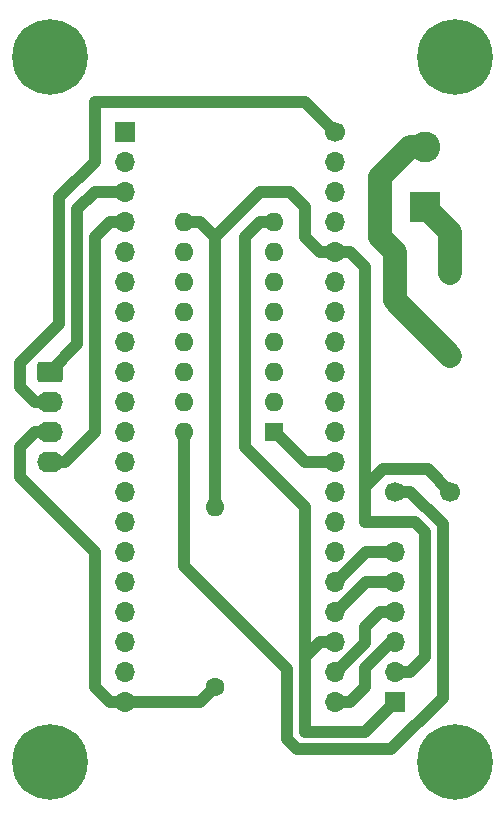
<source format=gbr>
%TF.GenerationSoftware,KiCad,Pcbnew,(6.0.10-0)*%
%TF.CreationDate,2023-01-25T15:44:30+01:00*%
%TF.ProjectId,cozy-extrude,636f7a79-2d65-4787-9472-7564652e6b69,rev?*%
%TF.SameCoordinates,Original*%
%TF.FileFunction,Copper,L2,Bot*%
%TF.FilePolarity,Positive*%
%FSLAX46Y46*%
G04 Gerber Fmt 4.6, Leading zero omitted, Abs format (unit mm)*
G04 Created by KiCad (PCBNEW (6.0.10-0)) date 2023-01-25 15:44:30*
%MOMM*%
%LPD*%
G01*
G04 APERTURE LIST*
G04 Aperture macros list*
%AMRoundRect*
0 Rectangle with rounded corners*
0 $1 Rounding radius*
0 $2 $3 $4 $5 $6 $7 $8 $9 X,Y pos of 4 corners*
0 Add a 4 corners polygon primitive as box body*
4,1,4,$2,$3,$4,$5,$6,$7,$8,$9,$2,$3,0*
0 Add four circle primitives for the rounded corners*
1,1,$1+$1,$2,$3*
1,1,$1+$1,$4,$5*
1,1,$1+$1,$6,$7*
1,1,$1+$1,$8,$9*
0 Add four rect primitives between the rounded corners*
20,1,$1+$1,$2,$3,$4,$5,0*
20,1,$1+$1,$4,$5,$6,$7,0*
20,1,$1+$1,$6,$7,$8,$9,0*
20,1,$1+$1,$8,$9,$2,$3,0*%
G04 Aperture macros list end*
%TA.AperFunction,ComponentPad*%
%ADD10C,6.400000*%
%TD*%
%TA.AperFunction,ComponentPad*%
%ADD11R,1.700000X1.700000*%
%TD*%
%TA.AperFunction,ComponentPad*%
%ADD12O,1.700000X1.700000*%
%TD*%
%TA.AperFunction,ComponentPad*%
%ADD13C,1.700000*%
%TD*%
%TA.AperFunction,ComponentPad*%
%ADD14C,1.800000*%
%TD*%
%TA.AperFunction,ComponentPad*%
%ADD15R,2.600000X2.600000*%
%TD*%
%TA.AperFunction,ComponentPad*%
%ADD16C,2.600000*%
%TD*%
%TA.AperFunction,ComponentPad*%
%ADD17RoundRect,0.250000X-0.845000X0.620000X-0.845000X-0.620000X0.845000X-0.620000X0.845000X0.620000X0*%
%TD*%
%TA.AperFunction,ComponentPad*%
%ADD18O,2.190000X1.740000*%
%TD*%
%TA.AperFunction,ComponentPad*%
%ADD19R,1.600000X1.600000*%
%TD*%
%TA.AperFunction,ComponentPad*%
%ADD20O,1.600000X1.600000*%
%TD*%
%TA.AperFunction,ComponentPad*%
%ADD21C,1.600000*%
%TD*%
%TA.AperFunction,Conductor*%
%ADD22C,2.000000*%
%TD*%
%TA.AperFunction,Conductor*%
%ADD23C,1.000000*%
%TD*%
G04 APERTURE END LIST*
D10*
%TO.P,REF\u002A\u002A,1*%
%TO.N,N/C*%
X4550000Y-64085923D03*
%TD*%
%TO.P,REF\u002A\u002A,1*%
%TO.N,N/C*%
X38840000Y-64085923D03*
%TD*%
%TO.P,REF\u002A\u002A,1*%
%TO.N,N/C*%
X4550000Y-4395923D03*
%TD*%
%TO.P,REF\u002A\u002A,1*%
%TO.N,N/C*%
X38840000Y-4395923D03*
%TD*%
D11*
%TO.P,J1,1,GP0*%
%TO.N,unconnected-(J1-Pad1)*%
X10900000Y-10745923D03*
D12*
%TO.P,J1,2,GP1*%
%TO.N,unconnected-(J1-Pad2)*%
X10900000Y-13285923D03*
%TO.P,J1,3,GND*%
%TO.N,GND*%
X10900000Y-15825923D03*
%TO.P,J1,4,GP2*%
%TO.N,/PWM*%
X10900000Y-18365923D03*
%TO.P,J1,5,GP3*%
%TO.N,unconnected-(J1-Pad5)*%
X10900000Y-20905923D03*
%TO.P,J1,6,GP4*%
%TO.N,unconnected-(J1-Pad6)*%
X10900000Y-23445923D03*
%TO.P,J1,7,GP5*%
%TO.N,unconnected-(J1-Pad7)*%
X10900000Y-25985923D03*
%TO.P,J1,8,GND*%
%TO.N,unconnected-(J1-Pad8)*%
X10900000Y-28525923D03*
%TO.P,J1,9,GP6*%
%TO.N,unconnected-(J1-Pad9)*%
X10900000Y-31065923D03*
%TO.P,J1,10,GP7*%
%TO.N,unconnected-(J1-Pad10)*%
X10900000Y-33605923D03*
%TO.P,J1,11,GP8*%
%TO.N,unconnected-(J1-Pad11)*%
X10900000Y-36145923D03*
%TO.P,J1,12,GP9*%
%TO.N,unconnected-(J1-Pad12)*%
X10900000Y-38685923D03*
%TO.P,J1,13,GND*%
%TO.N,unconnected-(J1-Pad13)*%
X10900000Y-41225923D03*
%TO.P,J1,14,GP10*%
%TO.N,unconnected-(J1-Pad14)*%
X10900000Y-43765923D03*
%TO.P,J1,15,GP11*%
%TO.N,unconnected-(J1-Pad15)*%
X10900000Y-46305923D03*
%TO.P,J1,16,GP12*%
%TO.N,unconnected-(J1-Pad16)*%
X10900000Y-48845923D03*
%TO.P,J1,17,GP13*%
%TO.N,unconnected-(J1-Pad17)*%
X10900000Y-51385923D03*
%TO.P,J1,18,GND*%
%TO.N,unconnected-(J1-Pad18)*%
X10900000Y-53925923D03*
%TO.P,J1,19,GP14*%
%TO.N,unconnected-(J1-Pad19)*%
X10900000Y-56465923D03*
%TO.P,J1,20,GP15*%
%TO.N,/TACH*%
X10900000Y-59005923D03*
%TO.P,J1,21,GP16*%
%TO.N,/SDO*%
X28680000Y-59005923D03*
%TO.P,J1,22,GP17*%
%TO.N,/CSB*%
X28680000Y-56465923D03*
%TO.P,J1,23,GND*%
%TO.N,GND*%
X28680000Y-53925923D03*
%TO.P,J1,24,GP18*%
%TO.N,/SCL*%
X28680000Y-51385923D03*
%TO.P,J1,25,GP19*%
%TO.N,/SDA*%
X28680000Y-48845923D03*
%TO.P,J1,26,GP20*%
%TO.N,unconnected-(J1-Pad26)*%
X28680000Y-46305923D03*
%TO.P,J1,27,GP21*%
%TO.N,unconnected-(J1-Pad27)*%
X28680000Y-43765923D03*
%TO.P,J1,28,GND*%
%TO.N,unconnected-(J1-Pad28)*%
X28680000Y-41225923D03*
%TO.P,J1,29,GP22*%
%TO.N,/HEATER_EN*%
X28680000Y-38685923D03*
%TO.P,J1,30,RUN*%
%TO.N,unconnected-(J1-Pad30)*%
X28680000Y-36145923D03*
%TO.P,J1,31,GP26*%
%TO.N,unconnected-(J1-Pad31)*%
X28680000Y-33605923D03*
%TO.P,J1,32,GP27*%
%TO.N,unconnected-(J1-Pad32)*%
X28680000Y-31065923D03*
%TO.P,J1,33,GND*%
%TO.N,unconnected-(J1-Pad33)*%
X28680000Y-28525923D03*
%TO.P,J1,34,GP28*%
%TO.N,unconnected-(J1-Pad34)*%
X28680000Y-25985923D03*
%TO.P,J1,35,ADC_VREF*%
%TO.N,unconnected-(J1-Pad35)*%
X28680000Y-23445923D03*
%TO.P,J1,36,3V3(OUT)*%
%TO.N,+3V3*%
X28680000Y-20905923D03*
%TO.P,J1,37,3V3_EN*%
%TO.N,unconnected-(J1-Pad37)*%
X28680000Y-18365923D03*
%TO.P,J1,38,GND*%
%TO.N,GND*%
X28680000Y-15825923D03*
%TO.P,J1,39,VSYS*%
%TO.N,unconnected-(J1-Pad39)*%
X28680000Y-13285923D03*
D13*
%TO.P,J1,40,VBUS*%
%TO.N,VBUS*%
X28680000Y-10745923D03*
%TD*%
%TO.P,K1,1*%
%TO.N,Net-(K1-Pad1)*%
X33760000Y-41225923D03*
%TO.P,K1,2*%
%TO.N,+3V3*%
X38460000Y-41225923D03*
D14*
%TO.P,K1,3*%
%TO.N,Net-(K1-Pad3)*%
X38460000Y-29725923D03*
%TO.P,K1,4*%
%TO.N,Net-(K1-Pad4)*%
X38460000Y-22725923D03*
%TD*%
D15*
%TO.P,J4,1,Pin_1*%
%TO.N,Net-(K1-Pad4)*%
X36300014Y-17096021D03*
D16*
%TO.P,J4,2,Pin_2*%
%TO.N,Net-(K1-Pad3)*%
X36300014Y-12016021D03*
%TD*%
D17*
%TO.P,J3,1,Pin_1*%
%TO.N,GND*%
X4530000Y-31065923D03*
D18*
%TO.P,J3,2,Pin_2*%
%TO.N,VBUS*%
X4530000Y-33605923D03*
%TO.P,J3,3,Pin_3*%
%TO.N,/TACH*%
X4530000Y-36145923D03*
%TO.P,J3,4,Pin_4*%
%TO.N,/PWM*%
X4530000Y-38685923D03*
%TD*%
D11*
%TO.P,J2,1,Pin_1*%
%TO.N,GND*%
X33760000Y-59005923D03*
D12*
%TO.P,J2,2,Pin_2*%
%TO.N,+3V3*%
X33760000Y-56465923D03*
%TO.P,J2,3,Pin_3*%
%TO.N,/SDO*%
X33760000Y-53925923D03*
%TO.P,J2,4,Pin_4*%
%TO.N,/CSB*%
X33760000Y-51385923D03*
%TO.P,J2,5,Pin_5*%
%TO.N,/SCL*%
X33760000Y-48845923D03*
%TO.P,J2,6,Pin_6*%
%TO.N,/SDA*%
X33760000Y-46305923D03*
%TD*%
D19*
%TO.P,U1,1,I1*%
%TO.N,/HEATER_EN*%
X23565000Y-36130923D03*
D20*
%TO.P,U1,2,I2*%
%TO.N,unconnected-(U1-Pad2)*%
X23565000Y-33590923D03*
%TO.P,U1,3,I3*%
%TO.N,unconnected-(U1-Pad3)*%
X23565000Y-31050923D03*
%TO.P,U1,4,I4*%
%TO.N,unconnected-(U1-Pad4)*%
X23565000Y-28510923D03*
%TO.P,U1,5,I5*%
%TO.N,unconnected-(U1-Pad5)*%
X23565000Y-25970923D03*
%TO.P,U1,6,I6*%
%TO.N,unconnected-(U1-Pad6)*%
X23565000Y-23430923D03*
%TO.P,U1,7,I7*%
%TO.N,unconnected-(U1-Pad7)*%
X23565000Y-20890923D03*
%TO.P,U1,8,GND*%
%TO.N,GND*%
X23565000Y-18350923D03*
%TO.P,U1,9,COM*%
%TO.N,+3V3*%
X15945000Y-18350923D03*
%TO.P,U1,10,O7*%
%TO.N,unconnected-(U1-Pad10)*%
X15945000Y-20890923D03*
%TO.P,U1,11,O6*%
%TO.N,unconnected-(U1-Pad11)*%
X15945000Y-23430923D03*
%TO.P,U1,12,O5*%
%TO.N,unconnected-(U1-Pad12)*%
X15945000Y-25970923D03*
%TO.P,U1,13,O4*%
%TO.N,unconnected-(U1-Pad13)*%
X15945000Y-28510923D03*
%TO.P,U1,14,O3*%
%TO.N,unconnected-(U1-Pad14)*%
X15945000Y-31050923D03*
%TO.P,U1,15,O2*%
%TO.N,unconnected-(U1-Pad15)*%
X15945000Y-33590923D03*
%TO.P,U1,16,O1*%
%TO.N,Net-(K1-Pad1)*%
X15945000Y-36130923D03*
%TD*%
D21*
%TO.P,R1,1*%
%TO.N,/TACH*%
X18520000Y-57735923D03*
D20*
%TO.P,R1,2*%
%TO.N,+3V3*%
X18520000Y-42495923D03*
%TD*%
D22*
%TO.N,Net-(K1-Pad4)*%
X38460000Y-22725923D02*
X38460000Y-19256007D01*
X38460000Y-19256007D02*
X36300014Y-17096021D01*
%TO.N,Net-(K1-Pad3)*%
X38460000Y-29725923D02*
X33760000Y-25025923D01*
X33760000Y-25025923D02*
X33760000Y-20905923D01*
X33760000Y-20905923D02*
X32490000Y-19635923D01*
X32490000Y-14555923D02*
X35030000Y-12015923D01*
X32490000Y-19635923D02*
X32490000Y-14555923D01*
X35030000Y-12015923D02*
X36299916Y-12015923D01*
D23*
X36299916Y-12015923D02*
X36300014Y-12016021D01*
%TO.N,+3V3*%
X29950000Y-20905923D02*
X31220000Y-22175923D01*
X31220000Y-22175923D02*
X31220000Y-40807243D01*
X28680000Y-20905923D02*
X29950000Y-20905923D01*
X15945000Y-18350923D02*
X17235000Y-18350923D01*
X17235000Y-18350923D02*
X18520000Y-19635923D01*
X18520000Y-19635923D02*
X22330000Y-15825923D01*
X26140000Y-17095923D02*
X26140000Y-19635923D01*
X27410000Y-20905923D02*
X28680000Y-20905923D01*
X22330000Y-15825923D02*
X24870000Y-15825923D01*
X24870000Y-15825923D02*
X26140000Y-17095923D01*
X18520000Y-42495923D02*
X18520000Y-19635923D01*
X26140000Y-19635923D02*
X27410000Y-20905923D01*
X33760000Y-56465923D02*
X35030000Y-56465923D01*
X31220000Y-43765923D02*
X31220000Y-40807243D01*
X35030000Y-56465923D02*
X36300000Y-55195923D01*
X35448680Y-43765923D02*
X31220000Y-43765923D01*
X36300000Y-55195923D02*
X36300000Y-44617243D01*
X36300000Y-44617243D02*
X35448680Y-43765923D01*
X31220000Y-40807243D02*
X32720000Y-39307243D01*
X32720000Y-39307243D02*
X36541320Y-39307243D01*
X36541320Y-39307243D02*
X38460000Y-41225923D01*
%TO.N,GND*%
X4530000Y-31065923D02*
X6860000Y-28735923D01*
X22345000Y-18350923D02*
X21060000Y-19635923D01*
X26140000Y-55195923D02*
X27410000Y-53925923D01*
X6860000Y-17325923D02*
X8360000Y-15825923D01*
X8360000Y-15825923D02*
X10900000Y-15825923D01*
X26140000Y-42495923D02*
X26140000Y-55195923D01*
X27410000Y-53925923D02*
X28680000Y-53925923D01*
X26140000Y-61545923D02*
X26140000Y-55195923D01*
X31220000Y-61545923D02*
X26140000Y-61545923D01*
X21060000Y-37415923D02*
X26140000Y-42495923D01*
X33760000Y-59005923D02*
X31220000Y-61545923D01*
X23565000Y-18350923D02*
X22345000Y-18350923D01*
X21060000Y-19635923D02*
X21060000Y-37415923D01*
X6860000Y-28735923D02*
X6860000Y-17325923D01*
%TO.N,/PWM*%
X8360000Y-36145923D02*
X8360000Y-19635923D01*
X9630000Y-18365923D02*
X10900000Y-18365923D01*
X4530000Y-38685923D02*
X5820000Y-38685923D01*
X5820000Y-38685923D02*
X8360000Y-36145923D01*
X8360000Y-19635923D02*
X9630000Y-18365923D01*
%TO.N,/TACH*%
X9630000Y-59005923D02*
X8360000Y-57735923D01*
X8360000Y-57735923D02*
X8360000Y-46305923D01*
X3280000Y-36145923D02*
X4530000Y-36145923D01*
X10900000Y-59005923D02*
X17250000Y-59005923D01*
X17250000Y-59005923D02*
X18520000Y-57735923D01*
X10900000Y-59005923D02*
X9630000Y-59005923D01*
X2010000Y-39955923D02*
X2010000Y-37415923D01*
X8360000Y-46305923D02*
X2010000Y-39955923D01*
X2010000Y-37415923D02*
X3280000Y-36145923D01*
%TO.N,/SDO*%
X29950000Y-59005923D02*
X28680000Y-59005923D01*
X33417616Y-53925923D02*
X31220000Y-56123539D01*
X33760000Y-53925923D02*
X33417616Y-53925923D01*
X31220000Y-57735923D02*
X29950000Y-59005923D01*
X31220000Y-56123539D02*
X31220000Y-57735923D01*
%TO.N,/CSB*%
X31220000Y-54002219D02*
X31220000Y-52655923D01*
X32490000Y-51385923D02*
X33760000Y-51385923D01*
X28680000Y-56465923D02*
X28756296Y-56465923D01*
X31220000Y-52655923D02*
X32490000Y-51385923D01*
X28756296Y-56465923D02*
X31220000Y-54002219D01*
%TO.N,/SCL*%
X28680000Y-51385923D02*
X28756296Y-51385923D01*
X28756296Y-51385923D02*
X31296296Y-48845923D01*
X31296296Y-48845923D02*
X33760000Y-48845923D01*
%TO.N,/SDA*%
X28680000Y-48845923D02*
X28756296Y-48845923D01*
X31296296Y-46305923D02*
X33760000Y-46305923D01*
X28756296Y-48845923D02*
X31296296Y-46305923D01*
%TO.N,/HEATER_EN*%
X26140000Y-38685923D02*
X28680000Y-38685923D01*
X23585000Y-36130923D02*
X26140000Y-38685923D01*
X23565000Y-36130923D02*
X23585000Y-36130923D01*
%TO.N,VBUS*%
X5360000Y-16285923D02*
X8360000Y-13285923D01*
X8360000Y-8205923D02*
X26140000Y-8205923D01*
X4530000Y-33605923D02*
X3280000Y-33605923D01*
X8360000Y-13285923D02*
X8360000Y-8205923D01*
X5360000Y-27003156D02*
X5360000Y-16285923D01*
X2010000Y-30353156D02*
X5360000Y-27003156D01*
X2010000Y-32335923D02*
X2010000Y-30353156D01*
X3280000Y-33605923D02*
X2010000Y-32335923D01*
X26140000Y-8205923D02*
X28680000Y-10745923D01*
%TO.N,Net-(K1-Pad1)*%
X15945000Y-47540923D02*
X24640000Y-56235923D01*
X15945000Y-36130923D02*
X15945000Y-47540923D01*
X37800000Y-58665923D02*
X37800000Y-43995923D01*
X37800000Y-43995923D02*
X35030000Y-41225923D01*
X33420000Y-63045923D02*
X37800000Y-58665923D01*
X35030000Y-41225923D02*
X33760000Y-41225923D01*
X24640000Y-56235923D02*
X24640000Y-62167243D01*
X24640000Y-62167243D02*
X25518680Y-63045923D01*
X25518680Y-63045923D02*
X33420000Y-63045923D01*
%TD*%
M02*

</source>
